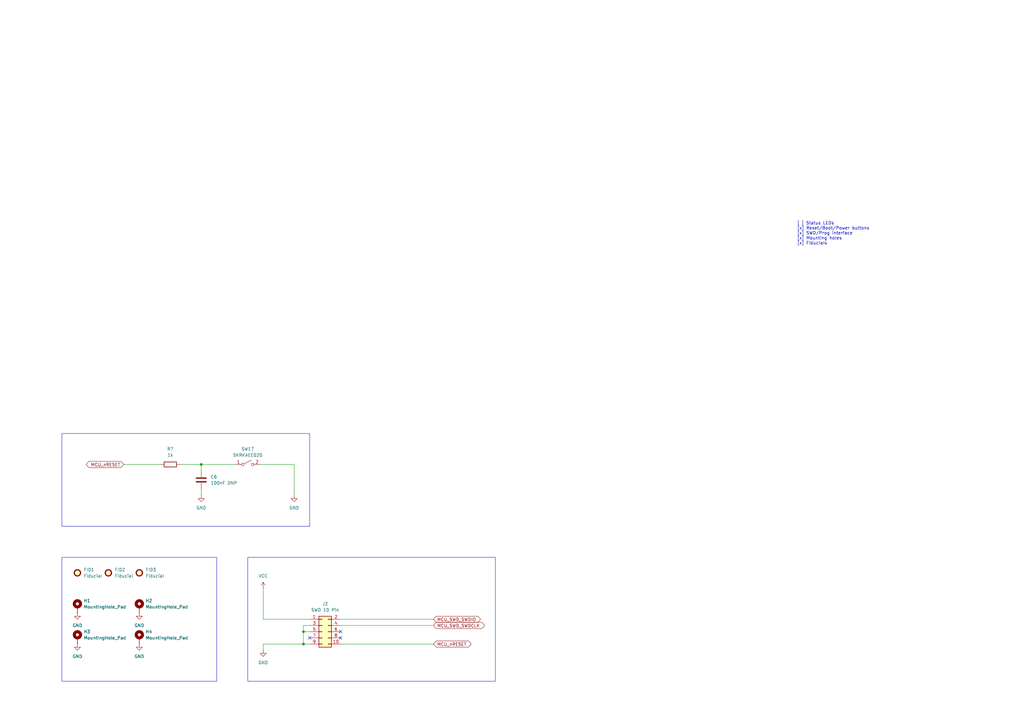
<source format=kicad_sch>
(kicad_sch (version 20250114) (generator "eeschema") (generator_version "9.0")
  (paper "A3")
  (lib_symbols
    (symbol "Connector_Generic:Conn_02x05_Odd_Even" (pin_names (offset 1.016) (hide yes))
      (property "Reference" "J" (at 1.27 7.62 0))
      (property "Value" "Conn_02x05_Odd_Even" (at 1.27 -7.62 0))
      (symbol "Conn_02x05_Odd_Even_1_1"
        (rectangle (start -1.27 6.35) (end 3.81 -6.35) (stroke (width 0.254)) (fill (type background)))
        (rectangle (start -1.27 5.207) (end 0 4.953) (stroke (width 0.1524)))
        (rectangle (start -1.27 2.667) (end 0 2.413) (stroke (width 0.1524)))
        (rectangle (start -1.27 0.127) (end 0 -0.127) (stroke (width 0.1524)))
        (rectangle (start -1.27 -2.413) (end 0 -2.667) (stroke (width 0.1524)))
        (rectangle (start -1.27 -4.953) (end 0 -5.207) (stroke (width 0.1524)))
        (rectangle (start 3.81 5.207) (end 2.54 4.953) (stroke (width 0.1524)))
        (rectangle (start 3.81 2.667) (end 2.54 2.413) (stroke (width 0.1524)))
        (rectangle (start 3.81 0.127) (end 2.54 -0.127) (stroke (width 0.1524)))
        (rectangle (start 3.81 -2.413) (end 2.54 -2.667) (stroke (width 0.1524)))
        (rectangle (start 3.81 -4.953) (end 2.54 -5.207) (stroke (width 0.1524)))
        (pin passive line (at -5.08 5.08 0) (length 3.81) (name "Pin_1") (number "1"))
        (pin passive line (at -5.08 2.54 0) (length 3.81) (name "Pin_3") (number "3"))
        (pin passive line (at -5.08 0 0) (length 3.81) (name "Pin_5") (number "5"))
        (pin passive line (at -5.08 -2.54 0) (length 3.81) (name "Pin_7") (number "7"))
        (pin passive line (at -5.08 -5.08 0) (length 3.81) (name "Pin_9") (number "9"))
        (pin passive line (at 7.62 5.08 180) (length 3.81) (name "Pin_2") (number "2"))
        (pin passive line (at 7.62 2.54 180) (length 3.81) (name "Pin_4") (number "4"))
        (pin passive line (at 7.62 0 180) (length 3.81) (name "Pin_6") (number "6"))
        (pin passive line (at 7.62 -2.54 180) (length 3.81) (name "Pin_8") (number "8"))
        (pin passive line (at 7.62 -5.08 180) (length 3.81) (name "Pin_10") (number "10"))
      )
    )
    (symbol "Device:C" (pin_numbers (hide yes)) (pin_names (offset 0.254))
      (property "Reference" "C" (at 0.635 2.54 0))
      (property "Value" "C" (at 0.635 -2.54 0))
      (symbol "C_0_1"
        (polyline (pts (xy -2.032 0.762) (xy 2.032 0.762)) (stroke (width 0.508)))
        (polyline (pts (xy -2.032 -0.762) (xy 2.032 -0.762)) (stroke (width 0.508)))
      )
      (symbol "C_1_1"
        (pin passive line (at 0 3.81 270) (length 2.794) (name "~") (number "1"))
        (pin passive line (at 0 -3.81 90) (length 2.794) (name "~") (number "2"))
      )
    )
    (symbol "Device:R" (pin_numbers (hide yes)) (pin_names (offset 0))
      (property "Reference" "R" (at 2.032 0 90))
      (property "Value" "R" (at 0 0 90))
      (symbol "R_0_1"
        (rectangle (start -1.016 -2.54) (end 1.016 2.54) (stroke (width 0.254)))
      )
      (symbol "R_1_1"
        (pin passive line (at 0 3.81 270) (length 1.27) (name "~") (number "1"))
        (pin passive line (at 0 -3.81 90) (length 1.27) (name "~") (number "2"))
      )
    )
    (symbol "Mechanical:Fiducial" (in_bom no)
      (property "Reference" "FID" (at 0 5.08 0))
      (property "Value" "Fiducial" (at 0 3.175 0))
      (symbol "Fiducial_0_1"
        (circle (center 0 0) (radius 1.27) (stroke (width 0.508)) (fill (type background)))
      )
    )
    (symbol "Mechanical:MountingHole_Pad" (pin_numbers (hide yes)) (pin_names (offset 1.016) (hide yes)) (in_bom no)
      (property "Reference" "H" (at 0 6.35 0))
      (property "Value" "MountingHole_Pad" (at 0 4.445 0))
      (symbol "MountingHole_Pad_0_1"
        (circle (center 0 1.27) (radius 1.27) (stroke (width 1.27)))
      )
      (symbol "MountingHole_Pad_1_1"
        (pin input line (at 0 -2.54 90) (length 2.54) (name "1") (number "1"))
      )
    )
    (symbol "Switch:SW_SPST" (pin_names (offset 0) (hide yes))
      (property "Reference" "SW" (at 0 3.175 0))
      (property "Value" "SW_SPST" (at 0 -2.54 0))
      (symbol "SW_SPST_0_0"
        (circle (center -2.032 0) (radius 0.508))
        (polyline (pts (xy -1.524 0.254) (xy 1.524 1.778)))
        (circle (center 2.032 0) (radius 0.508))
      )
      (symbol "SW_SPST_1_1"
        (pin passive line (at -5.08 0 0) (length 2.54) (name "A") (number "1"))
        (pin passive line (at 5.08 0 180) (length 2.54) (name "B") (number "2"))
      )
    )
    (symbol "power:GND" (power) (pin_numbers (hide yes)) (pin_names (offset 0) (hide yes))
      (property "Value" "GND" (at 0 -3.81 0))
      (symbol "GND_0_1"
        (polyline (pts (xy 0 0) (xy 0 -1.27) (xy 1.27 -1.27) (xy 0 -2.54) (xy -1.27 -1.27) (xy 0 -1.27)))
      )
      (symbol "GND_1_1"
        (pin power_in line (at 0 0 270) (length 0) (name "~") (number "1"))
      )
    )
    (symbol "power:VCC" (power) (pin_numbers (hide yes)) (pin_names (offset 0) (hide yes))
      (property "Value" "VCC" (at 0 3.556 0))
      (symbol "VCC_0_1"
        (polyline (pts (xy -0.762 1.27) (xy 0 2.54)))
        (polyline (pts (xy 0 2.54) (xy 0.762 1.27)))
        (polyline (pts (xy 0 0) (xy 0 2.54)))
      )
      (symbol "VCC_1_1"
        (pin power_in line (at 0 0 90) (length 0) (name "~") (number "1"))
      )
    )
  )
  (rectangle (start 25.4 177.8) (end 127 215.9))
  (rectangle (start 25.4 228.6) (end 88.9 279.4))
  (rectangle (start 101.6 228.6) (end 203.2 279.4))
  (text "[ ] Status LEDs \n[x] Reset/Boot/Power buttons\n[x] SWD/Prog interface \n[x] Mounting holes\n[x] Fiducials " (at 326.898 90.932 0) (effects (font (size 1.27 1.27)) (justify left top)))
  (junction (at 124.46 264.16))
  (junction (at 82.55 190.5))
  (junction (at 124.46 259.08))
  (no_connect (at 127 261.62))
  (no_connect (at 139.7 259.08))
  (no_connect (at 139.7 261.62))
  (wire (pts (xy 177.8 254) (xy 139.7 254)))
  (wire (pts (xy 177.8 256.54) (xy 139.7 256.54)))
  (wire (pts (xy 82.55 200.66) (xy 82.55 203.2)))
  (wire (pts (xy 106.68 190.5) (xy 120.65 190.5)))
  (wire (pts (xy 127 254) (xy 107.95 254)))
  (wire (pts (xy 50.8 190.5) (xy 66.04 190.5)))
  (wire (pts (xy 120.65 190.5) (xy 120.65 203.2)))
  (wire (pts (xy 107.95 264.16) (xy 107.95 266.7)))
  (wire (pts (xy 107.95 241.3) (xy 107.95 254)))
  (wire (pts (xy 124.46 259.08) (xy 124.46 264.16)))
  (wire (pts (xy 124.46 259.08) (xy 124.46 256.54)))
  (wire (pts (xy 73.66 190.5) (xy 82.55 190.5)))
  (wire (pts (xy 127 259.08) (xy 124.46 259.08)))
  (wire (pts (xy 124.46 264.16) (xy 127 264.16)))
  (wire (pts (xy 124.46 256.54) (xy 127 256.54)))
  (wire (pts (xy 82.55 190.5) (xy 96.52 190.5)))
  (wire (pts (xy 82.55 190.5) (xy 82.55 193.04)))
  (wire (pts (xy 124.46 264.16) (xy 107.95 264.16)))
  (wire (pts (xy 177.8 264.16) (xy 139.7 264.16)))
  (global_label "MCU_SWD_SWDIO" (shape bidirectional) (at 177.8 254 0) (property "Intersheetrefs" "${INTERSHEET_REFS}" (effects (hide yes))))
  (global_label "MCU_nRESET" (shape bidirectional) (at 50.8 190.5 180) (property "Intersheetrefs" "${INTERSHEET_REFS}" (effects (hide yes))))
  (global_label "MCU_nRESET" (shape bidirectional) (at 177.8 264.16 0) (property "Intersheetrefs" "${INTERSHEET_REFS}" (effects (hide yes))))
  (global_label "MCU_SWD_SWDCLK" (shape bidirectional) (at 177.8 256.54 0) (property "Intersheetrefs" "${INTERSHEET_REFS}" (effects (hide yes))))
  (symbol (lib_id "Mechanical:MountingHole_Pad") (at 31.75 248.92 0) (unit 1) (in_bom no)
    (property "Reference" "H1" (at 34.29 246.3799 0) (effects (justify left)))
    (property "Value" "MountingHole_Pad" (at 34.29 248.9199 0) (effects (justify left)))
    (property "Footprint" "MountingHole:MountingHole_3.2mm_M3_Pad" (effects (hide yes)))
    (property "Description" "Mounting Hole with connection" (effects (hide yes)))
  )
  (symbol (lib_id "power:GND") (at 57.15 251.46 0) (unit 1)
    (property "Reference" "#PWR035" (effects (hide yes)))
    (property "Value" "GND" (at 57.15 256.54 0))
    (property "Description" "Power symbol creates a global label with name \"GND\" , ground" (effects (hide yes)))
  )
  (symbol (lib_id "power:GND") (at 120.65 203.2 0) (unit 1)
    (property "Reference" "#PWR039" (effects (hide yes)))
    (property "Value" "GND" (at 120.65 208.28 0))
    (property "Description" "Power symbol creates a global label with name \"GND\" , ground" (effects (hide yes)))
  )
  (symbol (lib_id "power:GND") (at 57.15 264.16 0) (unit 1)
    (property "Reference" "#PWR037" (effects (hide yes)))
    (property "Value" "GND" (at 57.15 269.24 0))
    (property "Description" "Power symbol creates a global label with name \"GND\" , ground" (effects (hide yes)))
  )
  (symbol (lib_id "Device:C") (at 82.55 196.85 0) (unit 1)
    (property "Reference" "C6" (at 86.36 195.5799 0) (effects (justify left)))
    (property "Value" "100nF DNP" (at 86.36 198.1199 0) (effects (justify left)))
    (property "Footprint" "Capacitor_SMD:C_0402_1005Metric" (effects (hide yes)))
    (property "Description" "Unpolarized capacitor" (effects (hide yes)))
  )
  (symbol (lib_id "Mechanical:Fiducial") (at 44.45 234.95 0) (unit 1) (in_bom no)
    (property "Reference" "FID2" (at 46.99 233.6799 0) (effects (justify left)))
    (property "Value" "Fiducial" (at 46.99 236.2199 0) (effects (justify left)))
    (property "Footprint" "Fiducial:Fiducial_1mm_Mask2mm" (effects (hide yes)))
    (property "Description" "Fiducial Marker" (effects (hide yes)))
  )
  (symbol (lib_id "power:GND") (at 31.75 251.46 0) (unit 1)
    (property "Reference" "#PWR034" (effects (hide yes)))
    (property "Value" "GND" (at 31.75 256.54 0))
    (property "Description" "Power symbol creates a global label with name \"GND\" , ground" (effects (hide yes)))
  )
  (symbol (lib_id "power:GND") (at 31.75 264.16 0) (unit 1)
    (property "Reference" "#PWR036" (effects (hide yes)))
    (property "Value" "GND" (at 31.75 269.24 0))
    (property "Description" "Power symbol creates a global label with name \"GND\" , ground" (effects (hide yes)))
  )
  (symbol (lib_id "Mechanical:Fiducial") (at 31.75 234.95 0) (unit 1) (in_bom no)
    (property "Reference" "FID1" (at 34.29 233.6799 0) (effects (justify left)))
    (property "Value" "Fiducial" (at 34.29 236.2199 0) (effects (justify left)))
    (property "Footprint" "Fiducial:Fiducial_1mm_Mask2mm" (effects (hide yes)))
    (property "Description" "Fiducial Marker" (effects (hide yes)))
  )
  (symbol (lib_id "power:GND") (at 82.55 203.2 0) (unit 1)
    (property "Reference" "#PWR040" (effects (hide yes)))
    (property "Value" "GND" (at 82.55 208.28 0))
    (property "Description" "Power symbol creates a global label with name \"GND\" , ground" (effects (hide yes)))
  )
  (symbol (lib_id "Switch:SW_SPST") (at 101.6 190.5 0) (unit 1)
    (property "Reference" "SW17" (at 101.6 184.15 0))
    (property "Value" "SKRKAEE020" (at 101.6 186.69 0))
    (property "Footprint" "Button_Switch_SMD:SW_Push_SPST_NO_Alps_SKRK" (effects (hide yes)))
    (property "Description" "Single Pole Single Throw (SPST) switch" (effects (hide yes)))
  )
  (symbol (lib_id "power:GND") (at 107.95 266.7 0) (unit 1)
    (property "Reference" "#PWR022" (effects (hide yes)))
    (property "Value" "GND" (at 107.95 271.78 0))
    (property "Description" "Power symbol creates a global label with name \"GND\" , ground" (effects (hide yes)))
  )
  (symbol (lib_id "power:VCC") (at 107.95 241.3 0) (unit 1)
    (property "Reference" "#PWR021" (effects (hide yes)))
    (property "Value" "VCC" (at 107.95 236.22 0))
    (property "Description" "Power symbol creates a global label with name \"VCC\"" (effects (hide yes)))
  )
  (symbol (lib_id "Mechanical:MountingHole_Pad") (at 57.15 248.92 0) (unit 1) (in_bom no)
    (property "Reference" "H2" (at 59.69 246.3799 0) (effects (justify left)))
    (property "Value" "MountingHole_Pad" (at 59.69 248.9199 0) (effects (justify left)))
    (property "Footprint" "MountingHole:MountingHole_3.2mm_M3_Pad" (effects (hide yes)))
    (property "Description" "Mounting Hole with connection" (effects (hide yes)))
  )
  (symbol (lib_id "Device:R") (at 69.85 190.5 90) (unit 1)
    (property "Reference" "R7" (at 69.85 184.15 90))
    (property "Value" "1k" (at 69.85 186.69 90))
    (property "Footprint" "Resistor_SMD:R_0402_1005Metric" (effects (hide yes)))
    (property "Description" "Resistor" (effects (hide yes)))
  )
  (symbol (lib_id "Connector_Generic:Conn_02x05_Odd_Even") (at 132.08 259.08 0) (unit 1)
    (property "Reference" "J2" (at 133.35 247.65 0))
    (property "Value" "SWD 10 Pin" (at 133.35 250.19 0))
    (property "Footprint" "Connector_PinHeader_1.27mm:PinHeader_2x05_P1.27mm_Vertical_SMD" (effects (hide yes)))
    (property "Description" "Generic connector, double row, 02x05, odd/even pin numbering scheme (row 1 odd numbers, row 2 even numbers), script generated (kicad-library-utils/schlib/autogen/connector/)" (effects (hide yes)))
  )
  (symbol (lib_id "Mechanical:Fiducial") (at 57.15 234.95 0) (unit 1) (in_bom no)
    (property "Reference" "FID3" (at 59.69 233.6799 0) (effects (justify left)))
    (property "Value" "Fiducial" (at 59.69 236.2199 0) (effects (justify left)))
    (property "Footprint" "Fiducial:Fiducial_1mm_Mask2mm" (effects (hide yes)))
    (property "Description" "Fiducial Marker" (effects (hide yes)))
  )
  (symbol (lib_id "Mechanical:MountingHole_Pad") (at 31.75 261.62 0) (unit 1) (in_bom no)
    (property "Reference" "H3" (at 34.29 259.0799 0) (effects (justify left)))
    (property "Value" "MountingHole_Pad" (at 34.29 261.6199 0) (effects (justify left)))
    (property "Footprint" "MountingHole:MountingHole_3.2mm_M3_Pad" (effects (hide yes)))
    (property "Description" "Mounting Hole with connection" (effects (hide yes)))
  )
  (symbol (lib_id "Mechanical:MountingHole_Pad") (at 57.15 261.62 0) (unit 1) (in_bom no)
    (property "Reference" "H4" (at 59.69 259.0799 0) (effects (justify left)))
    (property "Value" "MountingHole_Pad" (at 59.69 261.6199 0) (effects (justify left)))
    (property "Footprint" "MountingHole:MountingHole_3.2mm_M3_Pad" (effects (hide yes)))
    (property "Description" "Mounting Hole with connection" (effects (hide yes)))
  )
)
</source>
